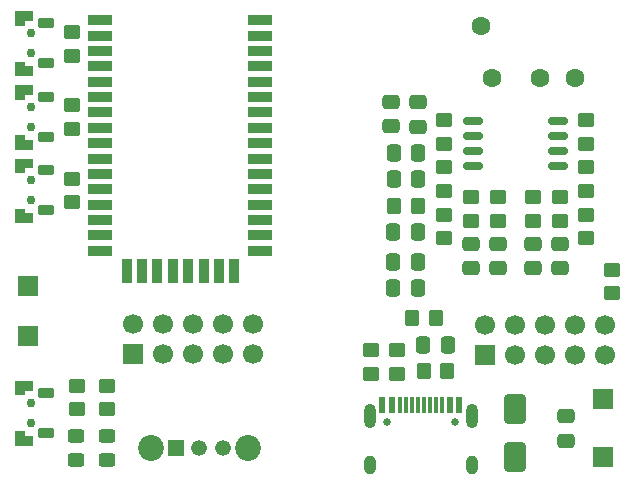
<source format=gbr>
%TF.GenerationSoftware,KiCad,Pcbnew,9.0.4*%
%TF.CreationDate,2025-09-28T00:45:50+02:00*%
%TF.ProjectId,BTM308-host,42544d33-3038-42d6-986f-73742e6b6963,rev?*%
%TF.SameCoordinates,Original*%
%TF.FileFunction,Soldermask,Top*%
%TF.FilePolarity,Negative*%
%FSLAX46Y46*%
G04 Gerber Fmt 4.6, Leading zero omitted, Abs format (unit mm)*
G04 Created by KiCad (PCBNEW 9.0.4) date 2025-09-28 00:45:50*
%MOMM*%
%LPD*%
G01*
G04 APERTURE LIST*
G04 Aperture macros list*
%AMRoundRect*
0 Rectangle with rounded corners*
0 $1 Rounding radius*
0 $2 $3 $4 $5 $6 $7 $8 $9 X,Y pos of 4 corners*
0 Add a 4 corners polygon primitive as box body*
4,1,4,$2,$3,$4,$5,$6,$7,$8,$9,$2,$3,0*
0 Add four circle primitives for the rounded corners*
1,1,$1+$1,$2,$3*
1,1,$1+$1,$4,$5*
1,1,$1+$1,$6,$7*
1,1,$1+$1,$8,$9*
0 Add four rect primitives between the rounded corners*
20,1,$1+$1,$2,$3,$4,$5,0*
20,1,$1+$1,$4,$5,$6,$7,0*
20,1,$1+$1,$6,$7,$8,$9,0*
20,1,$1+$1,$8,$9,$2,$3,0*%
G04 Aperture macros list end*
%ADD10C,0.001000*%
%ADD11RoundRect,0.102000X0.600000X-0.300000X0.600000X0.300000X-0.600000X0.300000X-0.600000X-0.300000X0*%
%ADD12C,0.750000*%
%ADD13R,2.000000X0.925000*%
%ADD14R,0.925000X2.000000*%
%ADD15RoundRect,0.250000X-0.450000X0.350000X-0.450000X-0.350000X0.450000X-0.350000X0.450000X0.350000X0*%
%ADD16RoundRect,0.250000X0.450000X-0.350000X0.450000X0.350000X-0.450000X0.350000X-0.450000X-0.350000X0*%
%ADD17R,1.700000X1.700000*%
%ADD18R,1.337000X1.337000*%
%ADD19C,1.337000*%
%ADD20C,2.190000*%
%ADD21RoundRect,0.250000X-0.450000X0.325000X-0.450000X-0.325000X0.450000X-0.325000X0.450000X0.325000X0*%
%ADD22C,1.700000*%
%ADD23RoundRect,0.250000X-0.350000X-0.450000X0.350000X-0.450000X0.350000X0.450000X-0.350000X0.450000X0*%
%ADD24RoundRect,0.250000X-0.337500X-0.475000X0.337500X-0.475000X0.337500X0.475000X-0.337500X0.475000X0*%
%ADD25RoundRect,0.250000X0.350000X0.450000X-0.350000X0.450000X-0.350000X-0.450000X0.350000X-0.450000X0*%
%ADD26RoundRect,0.250000X-0.650000X1.000000X-0.650000X-1.000000X0.650000X-1.000000X0.650000X1.000000X0*%
%ADD27RoundRect,0.162500X-0.650000X-0.162500X0.650000X-0.162500X0.650000X0.162500X-0.650000X0.162500X0*%
%ADD28RoundRect,0.250000X0.475000X-0.337500X0.475000X0.337500X-0.475000X0.337500X-0.475000X-0.337500X0*%
%ADD29C,1.600000*%
%ADD30RoundRect,0.250000X-0.475000X0.337500X-0.475000X-0.337500X0.475000X-0.337500X0.475000X0.337500X0*%
%ADD31RoundRect,0.250000X0.337500X0.475000X-0.337500X0.475000X-0.337500X-0.475000X0.337500X-0.475000X0*%
%ADD32C,0.650000*%
%ADD33R,0.600000X1.450000*%
%ADD34R,0.300000X1.450000*%
%ADD35O,1.000000X2.100000*%
%ADD36O,1.000000X1.600000*%
G04 APERTURE END LIST*
D10*
%TO.C,SW6*%
X116400000Y-91967500D02*
X117050000Y-91967500D01*
X117050000Y-92717500D01*
X115650000Y-92717500D01*
X115650000Y-91567500D01*
X115700000Y-91567500D01*
X116400000Y-91567500D01*
X116400000Y-91967500D01*
G36*
X116400000Y-91967500D02*
G01*
X117050000Y-91967500D01*
X117050000Y-92717500D01*
X115650000Y-92717500D01*
X115650000Y-91567500D01*
X115700000Y-91567500D01*
X116400000Y-91567500D01*
X116400000Y-91967500D01*
G37*
X117050000Y-88067500D02*
X116400000Y-88067500D01*
X116400000Y-88467500D01*
X115650000Y-88467500D01*
X115650000Y-87317500D01*
X117050000Y-87317500D01*
X117050000Y-88067500D01*
G36*
X117050000Y-88067500D02*
G01*
X116400000Y-88067500D01*
X116400000Y-88467500D01*
X115650000Y-88467500D01*
X115650000Y-87317500D01*
X117050000Y-87317500D01*
X117050000Y-88067500D01*
G37*
%TO.C,SW1*%
X116400000Y-66925000D02*
X117050000Y-66925000D01*
X117050000Y-67675000D01*
X115650000Y-67675000D01*
X115650000Y-66525000D01*
X115700000Y-66525000D01*
X116400000Y-66525000D01*
X116400000Y-66925000D01*
G36*
X116400000Y-66925000D02*
G01*
X117050000Y-66925000D01*
X117050000Y-67675000D01*
X115650000Y-67675000D01*
X115650000Y-66525000D01*
X115700000Y-66525000D01*
X116400000Y-66525000D01*
X116400000Y-66925000D01*
G37*
X117050000Y-63025000D02*
X116400000Y-63025000D01*
X116400000Y-63425000D01*
X115650000Y-63425000D01*
X115650000Y-62275000D01*
X117050000Y-62275000D01*
X117050000Y-63025000D01*
G36*
X117050000Y-63025000D02*
G01*
X116400000Y-63025000D01*
X116400000Y-63425000D01*
X115650000Y-63425000D01*
X115650000Y-62275000D01*
X117050000Y-62275000D01*
X117050000Y-63025000D01*
G37*
%TO.C,SW3*%
X116400000Y-60700000D02*
X117050000Y-60700000D01*
X117050000Y-61450000D01*
X115650000Y-61450000D01*
X115650000Y-60300000D01*
X115700000Y-60300000D01*
X116400000Y-60300000D01*
X116400000Y-60700000D01*
G36*
X116400000Y-60700000D02*
G01*
X117050000Y-60700000D01*
X117050000Y-61450000D01*
X115650000Y-61450000D01*
X115650000Y-60300000D01*
X115700000Y-60300000D01*
X116400000Y-60300000D01*
X116400000Y-60700000D01*
G37*
X117050000Y-56800000D02*
X116400000Y-56800000D01*
X116400000Y-57200000D01*
X115650000Y-57200000D01*
X115650000Y-56050000D01*
X117050000Y-56050000D01*
X117050000Y-56800000D01*
G36*
X117050000Y-56800000D02*
G01*
X116400000Y-56800000D01*
X116400000Y-57200000D01*
X115650000Y-57200000D01*
X115650000Y-56050000D01*
X117050000Y-56050000D01*
X117050000Y-56800000D01*
G37*
%TO.C,SW2*%
X116400000Y-73150000D02*
X117050000Y-73150000D01*
X117050000Y-73900000D01*
X115650000Y-73900000D01*
X115650000Y-72750000D01*
X115700000Y-72750000D01*
X116400000Y-72750000D01*
X116400000Y-73150000D01*
G36*
X116400000Y-73150000D02*
G01*
X117050000Y-73150000D01*
X117050000Y-73900000D01*
X115650000Y-73900000D01*
X115650000Y-72750000D01*
X115700000Y-72750000D01*
X116400000Y-72750000D01*
X116400000Y-73150000D01*
G37*
X117050000Y-69250000D02*
X116400000Y-69250000D01*
X116400000Y-69650000D01*
X115650000Y-69650000D01*
X115650000Y-68500000D01*
X117050000Y-68500000D01*
X117050000Y-69250000D01*
G36*
X117050000Y-69250000D02*
G01*
X116400000Y-69250000D01*
X116400000Y-69650000D01*
X115650000Y-69650000D01*
X115650000Y-68500000D01*
X117050000Y-68500000D01*
X117050000Y-69250000D01*
G37*
%TD*%
D11*
%TO.C,SW6*%
X118300000Y-88317500D03*
X118300000Y-91717500D03*
D12*
X117000000Y-89167500D03*
X117000000Y-90867500D03*
%TD*%
D13*
%TO.C,U1*%
X136350000Y-56800000D03*
X136350000Y-58100000D03*
X136350000Y-59400000D03*
X136350000Y-60700000D03*
X136350000Y-62000000D03*
X136350000Y-63300000D03*
X136350000Y-64600000D03*
X136350000Y-65900000D03*
X136350000Y-67200000D03*
X136350000Y-68500000D03*
X136350000Y-69800000D03*
X136350000Y-71100000D03*
X136350000Y-72400000D03*
X136350000Y-73700000D03*
X136350000Y-75000000D03*
X136350000Y-76300000D03*
D14*
X134200000Y-78050000D03*
X132900000Y-78050000D03*
X131600000Y-78050000D03*
X130300000Y-78050000D03*
X129000000Y-78050000D03*
X127700000Y-78050000D03*
X126400000Y-78050000D03*
X125100000Y-78050000D03*
D13*
X122850000Y-76300000D03*
X122850000Y-75000000D03*
X122850000Y-73700000D03*
X122850000Y-72400000D03*
X122850000Y-71100000D03*
X122850000Y-69800000D03*
X122850000Y-68500000D03*
X122850000Y-67200000D03*
X122850000Y-65900000D03*
X122850000Y-64600000D03*
X122850000Y-63300000D03*
X122850000Y-62000000D03*
X122850000Y-60700000D03*
X122850000Y-59400000D03*
X122850000Y-58100000D03*
X122850000Y-56800000D03*
%TD*%
D11*
%TO.C,SW1*%
X118300000Y-63275000D03*
X118300000Y-66675000D03*
D12*
X117000000Y-64125000D03*
X117000000Y-65825000D03*
%TD*%
D15*
%TO.C,R5*%
X120846667Y-89750000D03*
X120846667Y-87750000D03*
%TD*%
D16*
%TO.C,R1*%
X120450000Y-64000000D03*
X120450000Y-66000000D03*
%TD*%
D17*
%TO.C,J6*%
X116700000Y-83500000D03*
%TD*%
%TO.C,J7*%
X116700000Y-79300000D03*
%TD*%
D16*
%TO.C,R2*%
X120450000Y-70200000D03*
X120450000Y-72200000D03*
%TD*%
D18*
%TO.C,SW4*%
X129250000Y-93000000D03*
D19*
X131250000Y-93000000D03*
X133250000Y-93000000D03*
D20*
X127150000Y-93000000D03*
X135350000Y-93000000D03*
%TD*%
D21*
%TO.C,D1*%
X120831667Y-91975000D03*
X120831667Y-94025000D03*
%TD*%
D11*
%TO.C,SW3*%
X118300000Y-57050000D03*
X118300000Y-60450000D03*
D12*
X117000000Y-57900000D03*
X117000000Y-59600000D03*
%TD*%
D15*
%TO.C,R4*%
X123413333Y-89750000D03*
X123413333Y-87750000D03*
%TD*%
D11*
%TO.C,SW2*%
X118300000Y-69500000D03*
X118300000Y-72900000D03*
D12*
X117000000Y-70350000D03*
X117000000Y-72050000D03*
%TD*%
D21*
%TO.C,D2*%
X123428333Y-94025000D03*
X123428333Y-91975000D03*
%TD*%
D16*
%TO.C,R3*%
X120450000Y-57800000D03*
X120450000Y-59800000D03*
%TD*%
D22*
%TO.C,J5*%
X135830000Y-82485000D03*
X135830000Y-85025000D03*
X133290000Y-82485000D03*
X133290000Y-85025000D03*
X130750000Y-82485000D03*
X130750000Y-85025000D03*
X128210000Y-82485000D03*
X128210000Y-85025000D03*
X125670000Y-82485000D03*
D17*
X125670000Y-85025000D03*
%TD*%
D16*
%TO.C,R21*%
X166200000Y-79900000D03*
X166200000Y-77900000D03*
%TD*%
%TO.C,R19*%
X164000000Y-65250000D03*
X164000000Y-67250000D03*
%TD*%
D23*
%TO.C,R14*%
X151250000Y-82000000D03*
X149250000Y-82000000D03*
%TD*%
D15*
%TO.C,R9*%
X154250000Y-71750000D03*
X154250000Y-73750000D03*
%TD*%
D17*
%TO.C,J1*%
X155420000Y-85127500D03*
D22*
X155420000Y-82587500D03*
X157960000Y-85127500D03*
X157960000Y-82587500D03*
X160500000Y-85127500D03*
X160500000Y-82587500D03*
X163040000Y-85127500D03*
X163040000Y-82587500D03*
X165580000Y-85127500D03*
X165580000Y-82587500D03*
%TD*%
D24*
%TO.C,C5*%
X147712500Y-70250000D03*
X149787500Y-70250000D03*
%TD*%
D16*
%TO.C,R20*%
X152000000Y-67250000D03*
X152000000Y-65250000D03*
%TD*%
D25*
%TO.C,R16*%
X152250000Y-86500000D03*
X150250000Y-86500000D03*
%TD*%
D24*
%TO.C,C4*%
X147675000Y-77250000D03*
X149750000Y-77250000D03*
%TD*%
D16*
%TO.C,R17*%
X145750000Y-86737500D03*
X145750000Y-84737500D03*
%TD*%
D24*
%TO.C,C3*%
X147675000Y-79500000D03*
X149750000Y-79500000D03*
%TD*%
%TO.C,C12*%
X150212500Y-84250000D03*
X152287500Y-84250000D03*
%TD*%
D26*
%TO.C,D3*%
X158000000Y-89737500D03*
X158000000Y-93737500D03*
%TD*%
D27*
%TO.C,U2*%
X154412500Y-65345000D03*
X154412500Y-66615000D03*
X154412500Y-67885000D03*
X154412500Y-69155000D03*
X161587500Y-69155000D03*
X161587500Y-67885000D03*
X161587500Y-66615000D03*
X161587500Y-65345000D03*
%TD*%
D16*
%TO.C,R6*%
X152000000Y-75250000D03*
X152000000Y-73250000D03*
%TD*%
D15*
%TO.C,R13*%
X161750000Y-71750000D03*
X161750000Y-73750000D03*
%TD*%
D17*
%TO.C,J4*%
X165400000Y-93800000D03*
%TD*%
D16*
%TO.C,R10*%
X164000000Y-75250000D03*
X164000000Y-73250000D03*
%TD*%
D17*
%TO.C,J3*%
X165400000Y-88900000D03*
%TD*%
D28*
%TO.C,C8*%
X156500000Y-77787500D03*
X156500000Y-75712500D03*
%TD*%
D29*
%TO.C,U3*%
X155050000Y-57300000D03*
X156050000Y-61700000D03*
X160050000Y-61700000D03*
X163050000Y-61700000D03*
%TD*%
D28*
%TO.C,C6*%
X161750000Y-77787500D03*
X161750000Y-75712500D03*
%TD*%
D24*
%TO.C,C10*%
X147712500Y-68000000D03*
X149787500Y-68000000D03*
%TD*%
D16*
%TO.C,R11*%
X159500000Y-73750000D03*
X159500000Y-71750000D03*
%TD*%
D23*
%TO.C,R15*%
X147750000Y-72500000D03*
X149750000Y-72500000D03*
%TD*%
D28*
%TO.C,C11*%
X147500000Y-65787500D03*
X147500000Y-63712500D03*
%TD*%
D30*
%TO.C,C1*%
X162250000Y-90312500D03*
X162250000Y-92387500D03*
%TD*%
D28*
%TO.C,C7*%
X154250000Y-77787500D03*
X154250000Y-75712500D03*
%TD*%
D31*
%TO.C,C13*%
X149750000Y-74750000D03*
X147675000Y-74750000D03*
%TD*%
D16*
%TO.C,R8*%
X152000000Y-71250000D03*
X152000000Y-69250000D03*
%TD*%
%TO.C,R12*%
X164000000Y-71250000D03*
X164000000Y-69250000D03*
%TD*%
D28*
%TO.C,C9*%
X159500000Y-77787500D03*
X159500000Y-75712500D03*
%TD*%
D16*
%TO.C,R18*%
X148000000Y-86737500D03*
X148000000Y-84737500D03*
%TD*%
D32*
%TO.C,J2*%
X147110000Y-90797500D03*
X152890000Y-90797500D03*
D33*
X146750000Y-89352500D03*
X147550000Y-89352500D03*
D34*
X148750000Y-89352500D03*
X149750000Y-89352500D03*
X150250000Y-89352500D03*
X151250000Y-89352500D03*
D33*
X152450000Y-89352500D03*
X153250000Y-89352500D03*
X153250000Y-89352500D03*
X152450000Y-89352500D03*
D34*
X151750000Y-89352500D03*
X150750000Y-89352500D03*
X149250000Y-89352500D03*
X148250000Y-89352500D03*
D33*
X147550000Y-89352500D03*
X146750000Y-89352500D03*
D35*
X145680000Y-90267500D03*
D36*
X145680000Y-94447500D03*
D35*
X154320000Y-90267500D03*
D36*
X154320000Y-94447500D03*
%TD*%
D28*
%TO.C,C2*%
X149750000Y-65825000D03*
X149750000Y-63750000D03*
%TD*%
D16*
%TO.C,R7*%
X156500000Y-73750000D03*
X156500000Y-71750000D03*
%TD*%
M02*

</source>
